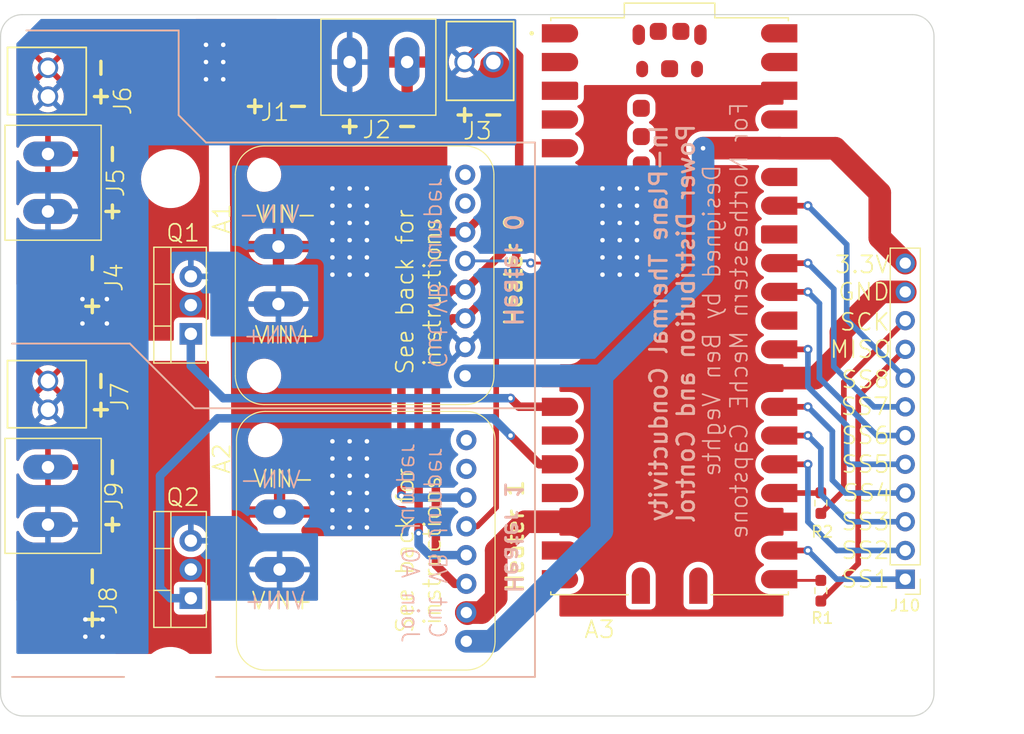
<source format=kicad_pcb>
(kicad_pcb (version 20221018) (generator pcbnew)
  (layers (0 "F.Cu" signal) (31 "B.Cu" signal) (34 "B.Paste" user) (35 "F.Paste" user) (36 "B.SilkS" user "B.Silkscreen") (37 "F.SilkS" user "F.Silkscreen") (38 "B.Mask" user) (39 "F.Mask" user) (44 "Edge.Cuts" user))
  (net 0 "")
  (net 1 "+3.3V")
  (net 2 "GND")
  (net 3 "SCL")
  (net 4 "SDA")
  (net 5 "ALRT0")
  (net 6 "+VDC")
  (net 9 "ALRT1")
  (net 12 "/H0SH")
  (net 13 "/H1SH")
  (net 14 "/H0L")
  (net 15 "/H1L")
  (net 16 "H0")
  (net 17 "H1")
  (net 47 "SCK")
  (net 48 "MISO")
  (net 49 "/SS8")
  (net 50 "/SS7")
  (net 51 "/SS6")
  (net 52 "/SS5")
  (net 53 "/SS4")
  (net 54 "/SS3")
  (net 55 "/SS2")
  (net 56 "/SS1")
  (net 57 "Net-(J10-Pin_9)")
  (net 58 "Net-(J10-Pin_10)")
  (footprint "IPTC Project Library:CONN_OSTVN02A150_OST" (layer "F.Cu") (at 145.034 61.468 90)
    (fp_text reference "J6")
    (fp_text value "OSTVN02A150")
  )
  (footprint "MountingHole:MountingHole_2.2mm_M2" (layer "F.Cu") (at 155.861 68.729)
    (fp_text reference "REF**" hide)
    (fp_text value "MountingHole_2.2mm_M2")
  )
  (footprint "IPTC Project Library:RP_Pico" (layer "F.Cu") (at 199.987 80.01)
    (fp_text reference "A3")
    (fp_text value "RP_Pico")
  )
  (footprint "IPTC Project Library:Adafruit_INA260" (layer "F.Cu") (at 184.558 112.168 90)
    (fp_text reference "A2")
    (fp_text value "~")
  )
  (footprint "IPTC Project Library:SMDPAD_1x2_4MMx3MM" (layer "F.Cu") (at 145.034 107.696 90)
    (fp_text reference "J8")
    (fp_text value "SMD_PAD_1X2_4MMx3MM")
  )
  (footprint "IPTC Project Library:TERMBLOCK_508_1X2" (layer "F.Cu") (at 145.034 69.088 90)
    (fp_text reference "J5")
    (fp_text value "~")
  )
  (footprint "IPTC Project Library:TO-220-3_Vertical" (layer "F.Cu") (at 157.663 82.45 90)
    (fp_text reference "Q1")
    (fp_text value "IRLB8721PBF")
  )
  (footprint "IPTC Project Library:SMDPAD_1x2_4MMx3MM" (layer "F.Cu") (at 145.034 80.01 90)
    (fp_text reference "J4")
    (fp_text value "SMD_PAD_1X2_4MMx3MM")
  )
  (footprint "IPTC Project Library:SMDPAD_1x2_4MMx3MM" (layer "F.Cu") (at 163.322 58.42)
    (fp_text reference "J1")
    (fp_text value "SMD_PAD_1X2_4MMx3MM")
  )
  (footprint "IPTC Project Library:TO-220-3_Vertical" (layer "F.Cu") (at 157.663 105.818 90)
    (fp_text reference "Q2")
    (fp_text value "IRLB8721PBF")
  )
  (footprint "IPTC Project Library:Adafruit_INA260" (layer "F.Cu") (at 184.458 88.7 90)
    (fp_text reference "A1")
    (fp_text value "~")
  )
  (footprint "MountingHole:MountingHole_2.2mm_M2" (layer "F.Cu") (at 155.861 112.729)
    (fp_text reference "REF**" hide)
    (fp_text value "MountingHole_2.2mm_M2")
  )
  (footprint "IPTC Project Library:TERMBLOCK_508_1X2" (layer "F.Cu") (at 174.244 58.42)
    (fp_text reference "J2")
    (fp_text value "~")
  )
  (footprint "MountingHole:MountingHole_2.2mm_M2" (layer "F.Cu") (at 219.861 112.729)
    (fp_text reference "REF**" hide)
    (fp_text value "MountingHole_2.2mm_M2")
  )
  (footprint "IPTC Project Library:CONN_OSTVN02A150_OST" (layer "F.Cu") (at 181.864 58.42)
    (fp_text reference "J3")
    (fp_text value "OSTVN02A150")
  )
  (footprint "Connector_PinHeader_2.54mm:PinHeader_1x12_P2.54mm_Vertical" (layer "F.Cu") (at 220.821 104.14 180)
    (fp_text reference "J10")
    (fp_text value "Conn_01x12_Socket")
  )
  (footprint "Resistor_SMD:R_0603_1608Metric_Pad0.98x0.95mm_HandSolder" (layer "F.Cu") (at 213.36 105.156 90)
    (fp_text reference "R1")
    (fp_text value "150")
  )
  (footprint "IPTC Project Library:TERMBLOCK_508_1X2" (layer "F.Cu") (at 145.034 96.774 90)
    (fp_text reference "J9")
    (fp_text value "~")
  )
  (footprint "Resistor_SMD:R_0603_1608Metric_Pad0.98x0.95mm_HandSolder" (layer "F.Cu") (at 213.36 97.409 90)
    (fp_text reference "R2")
    (fp_text value "150")
  )
  (footprint "MountingHole:MountingHole_2.2mm_M2" (layer "F.Cu") (at 219.861 57.729)
    (fp_text reference "REF**" hide)
    (fp_text value "MountingHole_2.2mm_M2")
  )
  (footprint "IPTC Project Library:CONN_OSTVN02A150_OST" (layer "F.Cu") (at 145.034 89.154 90)
    (fp_text reference "J7")
    (fp_text value "OSTVN02A150")
  )
  (gr_line (start 188.087 65.532) (end 188.087 89.027) (stroke (width 0.15)) (layer "B.SilkS"))
  (gr_line (start 151.765 112.776) (end 141.859 112.776) (stroke (width 0.15)) (layer "B.SilkS"))
  (gr_line (start 188.087 89.027) (end 188.087 112.776) (stroke (width 0.15)) (layer "B.SilkS"))
  (gr_line (start 188.087 112.776) (end 159.893 112.776) (stroke (width 0.15)) (layer "B.SilkS"))
  (gr_line (start 156.591 55.626) (end 156.591 63.119) (stroke (width 0.15)) (layer "B.SilkS"))
  (gr_line (start 159.004 65.532) (end 188.087 65.532) (stroke (width 0.15)) (layer "B.SilkS"))
  (gr_line (start 156.591 63.119) (end 159.004 65.532) (stroke (width 0.15)) (layer "B.SilkS"))
  (gr_line (start 152.273 83.312) (end 141.859 83.312) (stroke (width 0.15)) (layer "B.SilkS"))
  (gr_line (start 143.129 55.626) (end 156.591 55.626) (stroke (width 0.15)) (layer "B.SilkS"))
  (gr_line (start 188.087 89.027) (end 157.988 89.027) (stroke (width 0.15)) (layer "B.SilkS"))
  (gr_line (start 157.988 89.027) (end 152.273 83.312) (stroke (width 0.15)) (layer "B.SilkS"))
  (gr_line (start 156.591 55.626) (end 143.129 55.626) (stroke (width 0.15)) (layer "F.SilkS"))
  (gr_line (start 156.591 63.119) (end 156.591 55.626) (stroke (width 0.15)) (layer "F.SilkS"))
  (gr_line (start 188.087 89.027) (end 188.087 65.532) (stroke (width 0.15)) (layer "F.SilkS"))
  (gr_line (start 188.087 89.027) (end 157.988 89.027) (stroke (width 0.15)) (layer "F.SilkS"))
  (gr_line (start 157.988 89.027) (end 152.273 83.312) (stroke (width 0.15)) (layer "F.SilkS"))
  (gr_line (start 188.087 112.776) (end 159.893 112.776) (stroke (width 0.15)) (layer "F.SilkS"))
  (gr_line (start 151.765 112.776) (end 141.859 112.776) (stroke (width 0.15)) (layer "F.SilkS"))
  (gr_line (start 152.273 83.312) (end 141.859 83.312) (stroke (width 0.15)) (layer "F.SilkS"))
  (gr_line (start 188.087 89.027) (end 188.087 112.776) (stroke (width 0.15)) (layer "F.SilkS"))
  (gr_line (start 188.087 65.532) (end 159.004 65.532) (stroke (width 0.15)) (layer "F.SilkS"))
  (gr_line (start 159.004 65.532) (end 156.591 63.119) (stroke (width 0.15)) (layer "F.SilkS"))
  (gr_line (start 140.843 56.134) (end 140.843 114.229) (stroke (width 0.1)) (layer "Edge.Cuts"))
  (gr_arc (start 140.843 56.134) (mid 141.400962 54.786962) (end 142.748 54.229) (stroke (width 0.1)) (layer "Edge.Cuts"))
  (gr_line (start 142.843 116.229) (end 221.361 116.229) (stroke (width 0.1)) (layer "Edge.Cuts"))
  (gr_line (start 221.456 54.229) (end 142.748 54.229) (stroke (width 0.1)) (layer "Edge.Cuts"))
  (gr_arc (start 142.843 116.229) (mid 141.428786 115.643214) (end 140.843 114.229) (stroke (width 0.1)) (layer "Edge.Cuts"))
  (gr_line (start 223.361 114.229) (end 223.361 56.134) (stroke (width 0.1)) (layer "Edge.Cuts"))
  (gr_arc (start 223.361 114.229) (mid 222.775214 115.643214) (end 221.361 116.229) (stroke (width 0.1)) (layer "Edge.Cuts"))
  (gr_arc (start 221.456 54.229) (mid 222.803038 54.786962) (end 223.361 56.134) (stroke (width 0.1)) (layer "Edge.Cuts"))
  (gr_text "Cut VB Jumper\nJoin A0 Jumper" (at 180.34 100.965 270) (layer "B.SilkS") (effects (font (size 1.5 1.5)) (justify top mirror)))
  (gr_text "Cut VB Jumper" (at 180.34 77.089 270) (layer "B.SilkS") (effects (font (size 1.5 1.5)) (justify top mirror)))
  (gr_text "Designed by Ben Veghte\nFor Northeastern MechE Capstone\n" (at 207.01 81.28 90) (layer "B.SilkS") (effects (font (size 1.5 1.5)) (justify bottom mirror)))
  (gr_text "Heater 0" (at 185.293 81.915 -90) (layer "B.SilkS") (effects (font (size 1.5 1.5) (thickness 0.25) bold) (justify left bottom mirror)))
  (gr_text "In-Plane Thermal Conductivity\nPower Distribution and Control" (at 202.311 81.534 90) (layer "B.SilkS") (effects (font (size 1.5 1.5) (thickness 0.25) bold) (justify bottom mirror)))
  (gr_text "Heater 1\n" (at 185.293 105.537 270) (layer "B.SilkS") (effects (font (size 1.5 1.5) (thickness 0.25) bold) (justify left bottom mirror)))
  (gr_text "SCK\n" (at 219.551 81.407) (layer "F.SilkS") (effects (font (size 1.5 1.5)) (justify right)))
  (gr_text "SS8\n" (at 219.551 86.487) (layer "F.SilkS") (effects (font (size 1.5 1.5)) (justify right)))
  (gr_text "Heater 0\n" (at 187.071 81.915 90) (layer "F.SilkS") (effects (font (size 1.5 1.5) (thickness 0.25) bold) (justify left bottom)))
  (gr_text "-" (at 149.606 86.614 90) (layer "F.SilkS") (effects (font (size 1.5 1.5) (thickness 0.3) bold)))
  (gr_text "-" (at 167.132 62.23) (layer "F.SilkS") (effects (font (size 1.5 1.5) (thickness 0.3) bold)))
  (gr_text "MISO\n" (at 219.678 83.82) (layer "F.SilkS") (effects (font (size 1.5 1.5)) (justify right)))
  (gr_text "SS5\n" (at 219.551 93.98) (layer "F.SilkS") (effects (font (size 1.5 1.5)) (justify right)))
  (gr_text "-" (at 150.622 94.234 90) (layer "F.SilkS") (effects (font (size 1.5 1.5) (thickness 0.3) bold)))
  (gr_text "SS1\n" (at 219.551 104.14) (layer "F.SilkS") (effects (font (size 1.5 1.5)) (justify right)))
  (gr_text "-" (at 148.844 103.886 90) (layer "F.SilkS") (effects (font (size 1.5 1.5) (thickness 0.3) bold)))
  (gr_text "-" (at 176.784 64.008) (layer "F.SilkS") (effects (font (size 1.5 1.5) (thickness 0.3) bold)))
  (gr_text "SS2\n" (at 219.551 101.6) (layer "F.SilkS") (effects (font (size 1.5 1.5)) (justify right)))
  (gr_text "-" (at 150.622 66.548 90) (layer "F.SilkS") (effects (font (size 1.5 1.5) (thickness 0.3) bold)))
  (gr_text "+" (at 171.704 64.008) (layer "F.SilkS") (effects (font (size 1.5 1.5) (thickness 0.3) bold)))
  (gr_text "SS3\n" (at 219.551 99.06) (layer "F.SilkS") (effects (font (size 1.5 1.5)) (justify right)))
  (gr_text "Heater 1" (at 187.198 105.41 90) (layer "F.SilkS") (effects (font (size 1.5 1.5) (thickness 0.25) bold) (justify left bottom)))
  (gr_text "GND" (at 219.551 78.74) (layer "F.SilkS") (effects (font (size 1.5 1.5)) (justify right)))
  (gr_text "SS4\n" (at 219.678 96.52) (layer "F.SilkS") (effects (font (size 1.5 1.5)) (justify right)))
  (gr_text "SS6\n" (at 219.551 91.44) (layer "F.SilkS") (effects (font (size 1.5 1.5)) (justify right)))
  (gr_text "+" (at 148.844 80.01 90) (layer "F.SilkS") (effects (font (size 1.5 1.5) (thickness 0.3) bold)))
  (gr_text "+" (at 148.844 107.696 90) (layer "F.SilkS") (effects (font (size 1.5 1.5) (thickness 0.3) bold)))
  (gr_text "See back for\ninstructions" (at 177.8 101.6 90) (layer "F.SilkS") (effects (font (size 1.5 1.5))))
  (gr_text "+" (at 150.622 99.314 90) (layer "F.SilkS") (effects (font (size 1.5 1.5) (thickness 0.3) bold)))
  (gr_text "3.3V" (at 219.551 76.327) (layer "F.SilkS") (effects (font (size 1.5 1.5)) (justify right)))
  (gr_text "+" (at 150.622 71.628 90) (layer "F.SilkS") (effects (font (size 1.5 1.5) (thickness 0.3) bold)))
  (gr_text "-" (at 184.404 62.992) (layer "F.SilkS") (effects (font (size 1.5 1.5) (thickness 0.3) bold)))
  (gr_text "+" (at 181.864 62.992) (layer "F.SilkS") (effects (font (size 1.5 1.5) (thickness 0.3) bold)))
  (gr_text "See back for\ninstructions" (at 177.8 78.74 90) (layer "F.SilkS") (effects (font (size 1.5 1.5))))
  (gr_text "-" (at 149.606 58.928 90) (layer "F.SilkS") (effects (font (size 1.5 1.5) (thickness 0.3) bold)))
  (gr_text "SS7\n" (at 219.491 88.87) (layer "F.SilkS") (effects (font (size 1.5 1.5)) (justify right)))
  (gr_text "+" (at 149.606 61.468 90) (layer "F.SilkS") (effects (font (size 1.5 1.5) (thickness 0.3) bold)))
  (gr_text "+" (at 163.322 62.23) (layer "F.SilkS") (effects (font (size 1.5 1.5) (thickness 0.3) bold)))
  (gr_text "-" (at 148.844 76.2 90) (layer "F.SilkS") (effects (font (size 1.5 1.5) (thickness 0.3) bold)))
  (gr_text "+" (at 149.606 89.154 90) (layer "F.SilkS") (effects (font (size 1.5 1.5) (thickness 0.3) bold)))
  (segment (start 218.567 69.977) (end 218.567 73.946) (width 2) (layer "F.Cu") (net 1))
  (segment (start 218.567 73.946) (end 220.821 76.2) (width 2) (layer "F.Cu") (net 1))
  (segment (start 214.63 66.04) (end 218.567 69.977) (width 2) (layer "F.Cu") (net 1))
  (segment (start 202.956 66.03) (end 209.69 66.03) (width 2) (layer "F.Cu") (net 1))
  (segment (start 209.677 66.04) (end 214.63 66.04) (width 2) (layer "F.Cu") (net 1))
  (segment (start 202.946 66.04) (end 202.956 66.03) (width 0.25) (layer "F.Cu") (net 1))
  (via (at 202.946 66.04) (size 0.8) (drill 0.4) (layers "F.Cu" "B.Cu") (net 1))
  (segment (start 184.25 109.628) (end 194.002 99.876) (width 2) (layer "B.Cu") (net 1))
  (segment (start 181.918 86.16) (end 194.002 86.16) (width 2) (layer "B.Cu") (net 1))
  (segment (start 182.018 109.628) (end 184.25 109.628) (width 2) (layer "B.Cu") (net 1))
  (segment (start 194.002 86.16) (end 194.056 86.106) (width 0.25) (layer "B.Cu") (net 1))
  (segment (start 182.018 109.574) (end 182.118 109.474) (width 0.25) (layer "B.Cu") (net 1))
  (segment (start 202.946 77.216) (end 202.946 66.04) (width 2) (layer "B.Cu") (net 1))
  (segment (start 194.002 99.876) (end 194.002 86.16) (width 2) (layer "B.Cu") (net 1))
  (segment (start 194.056 86.106) (end 202.946 77.216) (width 2) (layer "B.Cu") (net 1))
  (segment (start 182.018 109.628) (end 182.018 109.574) (width 0.25) (layer "B.Cu") (net 1))
  (segment (start 209.677 86.36) (end 212.852 86.36) (width 2) (layer "F.Cu") (net 2))
  (segment (start 184.658 101.6) (end 187.198 99.06) (width 2) (layer "F.Cu") (net 2))
  (segment (start 212.852 86.36) (end 215.138 84.074) (width 2) (layer "F.Cu") (net 2))
  (segment (start 215.138 82.296) (end 218.694 78.74) (width 2) (layer "F.Cu") (net 2))
  (segment (start 187.198 99.06) (end 190.297 99.06) (width 2) (layer "F.Cu") (net 2))
  (segment (start 184.658 105.791) (end 184.658 101.6) (width 2) (layer "F.Cu") (net 2))
  (segment (start 182.018 107.088) (end 182.118 107.188) (width 2) (layer "F.Cu") (net 2))
  (segment (start 215.138 84.074) (end 215.138 82.296) (width 2) (layer "F.Cu") (net 2))
  (segment (start 218.694 78.74) (end 220.821 78.74) (width 2) (layer "F.Cu") (net 2))
  (segment (start 182.018 107.088) (end 183.361 107.088) (width 2) (layer "F.Cu") (net 2))
  (segment (start 183.361 107.088) (end 184.658 105.791) (width 2) (layer "F.Cu") (net 2))
  (via (at 170.18 77.216) (size 0.8) (drill 0.4) (layers "F.Cu" "B.Cu") (net 2))
  (via (at 194.056 75.692) (size 0.8) (drill 0.4) (layers "F.Cu" "B.Cu") (net 2))
  (via (at 170.18 74.168) (size 0.8) (drill 0.4) (layers "F.Cu" "B.Cu") (net 2))
  (via (at 195.58 77.216) (size 0.8) (drill 0.4) (layers "F.Cu" "B.Cu") (net 2))
  (via (at 170.18 91.948) (size 0.8) (drill 0.4) (layers "F.Cu" "B.Cu") (net 2))
  (via (at 173.228 72.644) (size 0.8) (drill 0.4) (layers "F.Cu" "B.Cu") (net 2))
  (via (at 197.104 69.596) (size 0.8) (drill 0.4) (layers "F.Cu" "B.Cu") (net 2))
  (via (at 170.18 99.568) (size 0.8) (drill 0.4) (layers "F.Cu" "B.Cu") (net 2))
  (via (at 173.228 69.596) (size 0.8) (drill 0.4) (layers "F.Cu" "B.Cu") (net 2))
  (via (at 197.104 72.644) (size 0.8) (drill 0.4) (layers "F.Cu" "B.Cu") (net 2))
  (via (at 173.228 77.216) (size 0.8) (drill 0.4) (layers "F.Cu" "B.Cu") (net 2))
  (via (at 170.18 98.044) (size 0.8) (drill 0.4) (layers "F.Cu" "B.Cu") (net 2))
  (via (at 197.104 71.12) (size 0.8) (drill 0.4) (layers "F.Cu" "B.Cu") (net 2))
  (via (at 170.18 75.692) (size 0.8) (drill 0.4) (layers "F.Cu" "B.Cu") (net 2))
  (via (at 170.18 69.596) (size 0.8) (drill 0.4) (layers "F.Cu" "B.Cu") (net 2))
  (via (at 195.58 74.168) (size 0.8) (drill 0.4) (layers "F.Cu" "B.Cu") (net 2))
  (via (at 171.704 96.52) (size 0.8) (drill 0.4) (layers "F.Cu" "B.Cu") (net 2))
  (via (at 194.056 69.596) (size 0.8) (drill 0.4) (layers "F.Cu" "B.Cu") (net 2))
  (via (at 171.704 93.472) (size 0.8) (drill 0.4) (layers "F.Cu" "B.Cu") (net 2))
  (via (at 171.704 69.596) (size 0.8) (drill 0.4) (layers "F.Cu" "B.Cu") (net 2))
  (via (at 170.18 72.644) (size 0.8) (drill 0.4) (layers "F.Cu" "B.Cu") (net 2))
  (via (at 173.228 93.472) (size 0.8) (drill 0.4) (layers "F.Cu" "B.Cu") (net 2))
  (via (at 194.056 72.644) (size 0.8) (drill 0.4) (layers "F.Cu" "B.Cu") (net 2))
  (via (at 170.18 93.472) (size 0.8) (drill 0.4) (layers "F.Cu" "B.Cu") (net 2))
  (via (at 171.704 72.644) (size 0.8) (drill 0.4) (layers "F.Cu" "B.Cu") (net 2))
  (via (at 170.18 94.996) (size 0.8) (drill 0.4) (layers "F.Cu" "B.Cu") (net 2))
  (via (at 173.228 99.568) (size 0.8) (drill 0.4) (layers "F.Cu" "B.Cu") (net 2))
  (via (at 194.056 77.216) (size 0.8) (drill 0.4) (layers "F.Cu" "B.Cu") (net 2))
  (via (at 173.228 75.692) (size 0.8) (drill 0.4) (layers "F.Cu" "B.Cu") (net 2))
  (via (at 194.056 74.168) (size 0.8) (drill 0.4) (layers "F.Cu" "B.Cu") (net 2))
  (via (at 195.58 75.692) (size 0.8) (drill 0.4) (layers "F.Cu" "B.Cu") (net 2))
  (via (at 171.704 98.044) (size 0.8) (drill 0.4) (layers "F.Cu" "B.Cu") (net 2))
  (via (at 171.704 74.168) (size 0.8) (drill 0.4) (layers "F.Cu" "B.Cu") (net 2))
  (via (at 195.58 72.644) (size 0.8) (drill 0.4) (layers "F.Cu" "B.Cu") (net 2))
  (via (at 173.228 96.52) (size 0.8) (drill 0.4) (layers "F.Cu" "B.Cu") (net 2))
  (via (at 170.18 96.52) (size 0.8) (drill 0.4) (layers "F.Cu" "B.Cu") (net 2))
  (via (at 171.704 71.12) (size 0.8) (drill 0.4) (layers "F.Cu" "B.Cu") (net 2))
  (via (at 195.58 69.596) (size 0.8) (drill 0.4) (layers "F.Cu" "B.Cu") (net 2))
  (via (at 173.228 94.996) (size 0.8) (drill 0.4) (layers "F.Cu" "B.Cu") (net 2))
  (via (at 173.228 91.948) (size 0.8) (drill 0.4) (layers "F.Cu" "B.Cu") (net 2))
  (via (at 171.704 75.692) (size 0.8) (drill 0.4) (layers "F.Cu" "B.Cu") (net 2))
  (via (at 173.228 74.168) (size 0.8) (drill 0.4) (layers "F.Cu" "B.Cu") (net 2))
  (via (at 170.18 71.12) (size 0.8) (drill 0.4) (layers "F.Cu" "B.Cu") (net 2))
  (via (at 171.704 94.996) (size 0.8) (drill 0.4) (layers "F.Cu" "B.Cu") (net 2))
  (via (at 171.704 91.948) (size 0.8) (drill 0.4) (layers "F.Cu" "B.Cu") (net 2))
  (via (at 173.228 98.044) (size 0.8) (drill 0.4) (layers "F.Cu" "B.Cu") (net 2))
  (via (at 197.104 74.168) (size 0.8) (drill 0.4) (layers "F.Cu" "B.Cu") (net 2))
  (via (at 171.704 99.568) (size 0.8) (drill 0.4) (layers "F.Cu" "B.Cu") (net 2))
  (via (at 195.58 71.12) (size 0.8) (drill 0.4) (layers "F.Cu" "B.Cu") (net 2))
  (via (at 173.228 71.12) (size 0.8) (drill 0.4) (layers "F.Cu" "B.Cu") (net 2))
  (via (at 171.704 77.216) (size 0.8) (drill 0.4) (layers "F.Cu" "B.Cu") (net 2))
  (via (at 197.104 77.216) (size 0.8) (drill 0.4) (layers "F.Cu" "B.Cu") (net 2))
  (via (at 194.056 71.12) (size 0.8) (drill 0.4) (layers "F.Cu" "B.Cu") (net 2))
  (via (at 197.104 75.692) (size 0.8) (drill 0.4) (layers "F.Cu" "B.Cu") (net 2))
  (segment (start 186.436 73.914) (end 189.24 71.11) (width 0.75) (layer "F.Cu") (net 3))
  (segment (start 182.018 104.548) (end 181.002 104.548) (width 0.75) (layer "F.Cu") (net 3))
  (segment (start 179.324 82.55) (end 179.324 102.87) (width 0.75) (layer "F.Cu") (net 3))
  (segment (start 181.918 81.08) (end 186.436 76.562) (width 0.75) (layer "F.Cu") (net 3))
  (segment (start 181.002 104.548) (end 179.324 102.87) (width 0.75) (layer "F.Cu") (net 3))
  (segment (start 181.918 81.08) (end 180.794 81.08) (width 0.75) (layer "F.Cu") (net 3))
  (segment (start 189.24 71.11) (end 190.31 71.11) (width 0.75) (layer "F.Cu") (net 3))
  (segment (start 186.436 76.562) (end 186.436 73.914) (width 0.75) (layer "F.Cu") (net 3))
  (segment (start 180.794 81.08) (end 179.324 82.55) (width 0.75) (layer "F.Cu") (net 3))
  (segment (start 185.166 75.292) (end 185.166 72.644) (width 0.75) (layer "F.Cu") (net 4))
  (segment (start 180.794 78.54) (end 181.918 78.54) (width 0.75) (layer "F.Cu") (net 4))
  (segment (start 185.166 72.644) (end 189.24 68.57) (width 0.75) (layer "F.Cu") (net 4))
  (segment (start 189.24 68.57) (end 190.31 68.57) (width 0.75) (layer "F.Cu") (net 4))
  (segment (start 177.8 81.534) (end 180.794 78.54) (width 0.75) (layer "F.Cu") (net 4))
  (segment (start 177.8 100.076) (end 177.8 81.534) (width 0.75) (layer "F.Cu") (net 4))
  (segment (start 181.918 78.54) (end 185.166 75.292) (width 0.75) (layer "F.Cu") (net 4))
  (via (at 177.8 100.076) (size 0.8) (drill 0.4) (layers "F.Cu" "B.Cu") (net 4))
  (segment (start 178.716 102.008) (end 182.018 102.008) (width 0.75) (layer "B.Cu") (net 4))
  (segment (start 177.8 100.076) (end 177.8 101.092) (width 0.75) (layer "B.Cu") (net 4))
  (segment (start 177.8 101.092) (end 178.716 102.008) (width 0.75) (layer "B.Cu") (net 4))
  (segment (start 187.706 76.19) (end 190.31 76.19) (width 0.25) (layer "F.Cu") (net 5))
  (via (at 187.706 76.19) (size 0.8) (drill 0.4) (layers "F.Cu" "B.Cu") (net 5))
  (segment (start 187.516 76) (end 181.918 76) (width 0.25) (layer "B.Cu") (net 5))
  (segment (start 187.706 76.19) (end 187.516 76) (width 0.25) (layer "B.Cu") (net 5))
  (segment (start 186.69 57.912) (end 185.42 56.642) (width 0.75) (layer "F.Cu") (net 6))
  (segment (start 180.032 73.46) (end 181.918 73.46) (width 0.75) (layer "F.Cu") (net 6))
  (segment (start 185.42 56.642) (end 183.642 56.642) (width 0.75) (layer "F.Cu") (net 6))
  (segment (start 183.642 56.642) (end 181.864 58.42) (width 0.75) (layer "F.Cu") (net 6))
  (segment (start 181.918 73.46) (end 186.69 68.688) (width 0.75) (layer "F.Cu") (net 6))
  (segment (start 176.276 96.774) (end 176.276 77.216) (width 0.75) (layer "F.Cu") (net 6))
  (segment (start 186.69 68.688) (end 186.69 57.912) (width 0.75) (layer "F.Cu") (net 6))
  (segment (start 176.276 77.216) (end 180.032 73.46) (width 0.75) (layer "F.Cu") (net 6))
  (via (at 148.336 109.22) (size 0.8) (drill 0.4) (layers "F.Cu" "B.Cu") (net 6))
  (via (at 149.86 109.22) (size 0.8) (drill 0.4) (layers "F.Cu" "B.Cu") (net 6))
  (via (at 148.082 79.375) (size 0.8) (drill 0.4) (layers "F.Cu" "B.Cu") (net 6))
  (via (at 159.004 58.42) (size 0.8) (drill 0.4) (layers "F.Cu" "B.Cu") (net 6))
  (via (at 160.528 56.896) (size 0.8) (drill 0.4) (layers "F.Cu" "B.Cu") (net 6))
  (via (at 159.004 59.944) (size 0.8) (drill 0.4) (layers "F.Cu" "B.Cu") (net 6))
  (via (at 149.86 107.696) (size 0.8) (drill 0.4) (layers "F.Cu" "B.Cu") (net 6))
  (via (at 159.004 56.896) (size 0.8) (drill 0.4) (layers "F.Cu" "B.Cu") (net 6))
  (via (at 150.241 81.534) (size 0.8) (drill 0.4) (layers "F.Cu" "B.Cu") (net 6))
  (via (at 160.528 59.944) (size 0.8) (drill 0.4) (layers "F.Cu" "B.Cu") (net 6))
  (via (at 150.241 79.375) (size 0.8) (drill 0.4) (layers "F.Cu" "B.Cu") (net 6))
  (via (at 148.336 107.696) (size 0.8) (drill 0.4) (layers "F.Cu" "B.Cu") (net 6))
  (via (at 160.528 58.42) (size 0.8) (drill 0.4) (layers "F.Cu" "B.Cu") (net 6))
  (via (at 148.082 81.534) (size 0.8) (drill 0.4) (layers "F.Cu" "B.Cu") (net 6))
  (via (at 176.276 96.774) (size 0.8) (drill 0.4) (layers "F.Cu" "B.Cu") (net 6))
  (segment (start 176.276 96.774) (end 176.43 96.928) (width 0.75) (layer "B.Cu") (net 6))
  (segment (start 176.43 96.928) (end 182.018 96.928) (width 0.75) (layer "B.Cu") (net 6))
  (segment (start 184.658 97.79) (end 184.658 81.026) (width 0.5) (layer "F.Cu") (net 9))
  (segment (start 186.954 78.73) (end 190.31 78.73) (width 0.5) (layer "F.Cu") (net 9))
  (segment (start 182.018 99.468) (end 182.98 99.468) (width 0.5) (layer "F.Cu") (net 9))
  (segment (start 184.658 81.026) (end 186.954 78.73) (width 0.5) (layer "F.Cu") (net 9))
  (segment (start 182.98 99.468) (end 184.658 97.79) (width 0.5) (layer "F.Cu") (net 9))
  (segment (start 145.034 86.614) (end 145.288 86.614) (width 0.25) (layer "F.Cu") (net 15))
  (segment (start 186.68 88.89) (end 190.31 88.89) (width 0.75) (layer "F.Cu") (net 16))
  (segment (start 185.928 88.138) (end 186.68 88.89) (width 0.75) (layer "F.Cu") (net 16))
  (via (at 185.928 88.138) (size 0.8) (drill 0.4) (layers "F.Cu" "B.Cu") (net 16))
  (segment (start 157.663 85.273) (end 160.528 88.138) (width 0.75) (layer "B.Cu") (net 16))
  (segment (start 157.663 82.45) (end 157.663 85.273) (width 0.75) (layer "B.Cu") (net 16))
  (segment (start 160.528 88.138) (end 185.928 88.138) (width 0.75) (layer "B.Cu") (net 16))
  (segment (start 185.928 91.44) (end 188.458 93.97) (width 0.75) (layer "F.Cu") (net 17))
  (segment (start 188.458 93.97) (end 190.31 93.97) (width 0.75) (layer "F.Cu") (net 17))
  (via (at 185.928 91.44) (size 0.8) (drill 0.4) (layers "F.Cu" "B.Cu") (net 17))
  (segment (start 154.94 104.902) (end 154.94 94.996) (width 0.75) (layer "B.Cu") (net 17))
  (segment (start 155.856 105.818) (end 154.94 104.902) (width 0.75) (layer "B.Cu") (net 17))
  (segment (start 184.404 89.916) (end 185.928 91.44) (width 0.75) (layer "B.Cu") (net 17))
  (segment (start 154.94 94.996) (end 160.02 89.916) (width 0.75) (layer "B.Cu") (net 17))
  (segment (start 157.663 105.818) (end 155.856 105.818) (width 0.75) (layer "B.Cu") (net 17))
  (segment (start 160.02 89.916) (end 184.404 89.916) (width 0.75) (layer "B.Cu") (net 17))
  (segment (start 213.3365 96.52) (end 213.36 96.4965) (width 0.5) (layer "F.Cu") (net 47))
  (segment (start 209.677 96.52) (end 213.3365 96.52) (width 0.5) (layer "F.Cu") (net 47))
  (segment (start 209.7805 104.2435) (end 209.677 104.14) (width 0.25) (layer "F.Cu") (net 48))
  (segment (start 213.36 104.2435) (end 209.7805 104.2435) (width 0.25) (layer "F.Cu") (net 48))
  (segment (start 209.677 71.12) (end 212.217 71.12) (width 0.5) (layer "F.Cu") (net 49))
  (via (at 212.217 71.12) (size 0.8) (drill 0.4) (layers "F.Cu" "B.Cu") (net 49))
  (segment (start 215.646 74.549) (end 215.646 81.185) (width 0.5) (layer "B.Cu") (net 49))
  (segment (start 215.646 81.185) (end 220.821 86.36) (width 0.5) (layer "B.Cu") (net 49))
  (segment (start 212.217 71.12) (end 215.646 74.549) (width 0.5) (layer "B.Cu") (net 49))
  (segment (start 209.677 76.2) (end 212.217 76.2) (width 0.5) (layer "F.Cu") (net 50))
  (via (at 212.217 76.2) (size 0.8) (drill 0.4) (layers "F.Cu" "B.Cu") (net 50))
  (segment (start 218.059 88.9) (end 220.821 88.9) (width 0.5) (layer "B.Cu") (net 50))
  (segment (start 214.503 78.486) (end 214.503 85.344) (width 0.5) (layer "B.Cu") (net 50))
  (segment (start 212.217 76.2) (end 214.503 78.486) (width 0.5) (layer "B.Cu") (net 50))
  (segment (start 214.503 85.344) (end 218.059 88.9) (width 0.5) (layer "B.Cu") (net 50))
  (segment (start 209.677 78.74) (end 212.217 78.74) (width 0.5) (layer "F.Cu") (net 51))
  (via (at 212.217 78.74) (size 0.8) (drill 0.4) (layers "F.Cu" "B.Cu") (net 51))
  (segment (start 213.233 86.36) (end 218.313 91.44) (width 0.5) (layer "B.Cu") (net 51))
  (segment (start 213.233 79.756) (end 213.233 86.36) (width 0.5) (layer "B.Cu") (net 51))
  (segment (start 218.313 91.44) (end 220.821 91.44) (width 0.5) (layer "B.Cu") (net 51))
  (segment (start 212.217 78.74) (end 213.233 79.756) (width 0.5) (layer "B.Cu") (net 51))
  (segment (start 209.677 83.82) (end 212.217 83.82) (width 0.5) (layer "F.Cu") (net 52))
  (via (at 212.217 83.82) (size 0.8) (drill 0.4) (layers "F.Cu" "B.Cu") (net 52))
  (segment (start 212.217 83.82) (end 212.217 87.122) (width 0.5) (layer "B.Cu") (net 52))
  (segment (start 215.646 90.551) (end 215.646 93.726) (width 0.5) (layer "B.Cu") (net 52))
  (segment (start 215.9 93.98) (end 220.821 93.98) (width 0.5) (layer "B.Cu") (net 52))
  (segment (start 212.217 87.122) (end 215.646 90.551) (width 0.5) (layer "B.Cu") (net 52))
  (segment (start 215.646 93.726) (end 215.9 93.98) (width 0.5) (layer "B.Cu") (net 52))
  (segment (start 209.677 88.9) (end 212.217 88.9) (width 0.5) (layer "F.Cu") (net 53))
  (via (at 212.217 88.9) (size 0.8) (drill 0.4) (layers "F.Cu" "B.Cu") (net 53))
  (segment (start 212.217 88.9) (end 214.376 91.059) (width 0.5) (layer "B.Cu") (net 53))
  (segment (start 214.376 91.059) (end 214.376 95.377) (width 0.5) (layer "B.Cu") (net 53))
  (segment (start 214.376 95.377) (end 215.519 96.52) (width 0.5) (layer "B.Cu") (net 53))
  (segment (start 215.519 96.52) (end 220.821 96.52) (width 0.5) (layer "B.Cu") (net 53))
  (segment (start 209.677 91.44) (end 212.217 91.44) (width 0.5) (layer "F.Cu") (net 54))
  (via (at 212.217 91.44) (size 0.8) (drill 0.4) (layers "F.Cu" "B.Cu") (net 54))
  (segment (start 215.773 99.06) (end 220.821 99.06) (width 0.5) (layer "B.Cu") (net 54))
  (segment (start 213.36 92.583) (end 213.36 96.647) (width 0.5) (layer "B.Cu") (net 54))
  (segment (start 213.36 96.647) (end 215.773 99.06) (width 0.5) (layer "B.Cu") (net 54))
  (segment (start 212.217 91.44) (end 213.36 92.583) (width 0.5) (layer "B.Cu") (net 54))
  (segment (start 209.677 93.98) (end 212.217 93.98) (width 0.5) (layer "F.Cu") (net 55))
  (via (at 212.217 93.98) (size 0.8) (drill 0.4) (layers "F.Cu" "B.Cu") (net 55))
  (segment (start 212.217 99.06) (end 214.757 101.6) (width 0.5) (layer "B.Cu") (net 55))
  (segment (start 214.757 101.6) (end 220.821 101.6) (width 0.5) (layer "B.Cu") (net 55))
  (segment (start 212.217 93.98) (end 212.217 99.06) (width 0.5) (layer "B.Cu") (net 55))
  (segment (start 209.677 101.6) (end 212.217 101.6) (width 0.5) (layer "F.Cu") (net 56))
  (via (at 212.217 101.6) (size 0.8) (drill 0.4) (layers "F.Cu" "B.Cu") (net 56))
  (segment (start 212.217 101.6) (end 214.757 104.14) (width 0.5) (layer "B.Cu") (net 56))
  (segment (start 214.757 104.14) (end 220.821 104.14) (width 0.5) (layer "B.Cu") (net 56))
  (segment (start 213.36 106.0685) (end 216.662 102.7665) (width 0.5) (layer "F.Cu") (net 57))
  (segment (start 216.662 87.979) (end 220.821 83.82) (width 0.5) (layer "F.Cu") (net 57))
  (segment (start 216.662 102.7665) (end 216.662 87.979) (width 0.5) (layer "F.Cu") (net 57))
  (segment (start 213.36 98.3215) (end 215.392 96.2895) (width 0.5) (layer "F.Cu") (net 58))
  (segment (start 215.392 86.709) (end 220.821 81.28) (width 0.5) (layer "F.Cu") (net 58))
  (segment (start 215.392 96.2895) (end 215.392 86.709) (width 0.5) (layer "F.Cu") (net 58))
  (zone (net 6) (net_name "+VDC") (layer "F.Cu") (priority 5) (connect_pads (clearance 0.5)) (min_thickness 0.25) (fill yes (thermal_gap 0.5) (thermal_bridge_width 0.5))
    (polygon (pts (xy 165.354 54.61) (xy 157.988 54.61) (xy 157.988 61.722) (xy 165.354 61.722)))
  )
  (zone (net 14) (net_name "/H0L") (layer "F.Cu") (priority 1) (connect_pads (clearance 0.5)) (min_thickness 0.25) (fill yes (thermal_gap 0.5) (thermal_bridge_width 0.5))
    (polygon (pts (xy 142.24 57.15) (xy 142.24 83.058) (xy 159.258 83.058) (xy 159.258 56.896)))
  )
  (zone (net 2) (net_name "GND") (layer "F.Cu") (priority 7) (connect_pads (clearance 0.5)) (min_thickness 0.25) (fill yes (thermal_gap 0.5) (thermal_bridge_width 0.5))
    (polygon (pts (xy 210.058 60.452) (xy 190.246 60.452) (xy 190.246 107.442) (xy 210.058 107.442)))
  )
  (zone (net 6) (net_name "+VDC") (layer "F.Cu") (priority 3) (connect_pads yes (clearance 0.5)) (min_thickness 1) (fill yes (thermal_gap 0.5) (thermal_bridge_width 1))
    (polygon (pts (xy 142.494 78.486) (xy 142.494 82.55) (xy 150.876 82.55) (xy 150.876 78.486)))
  )
  (zone (net 2) (net_name "GND") (layer "F.Cu") (connect_pads (clearance 0.5)) (min_thickness 1) (fill yes (thermal_gap 0.5) (thermal_bridge_width 1))
    (polygon (pts (xy 180.34 65.532) (xy 186.182 65.532) (xy 186.182 55.372) (xy 161.036 55.626) (xy 161.29 100.33) (xy 180.34 100.33)))
  )
  (zone (net 15) (net_name "/H1L") (layer "F.Cu") (priority 2) (connect_pads (clearance 0.5)) (min_thickness 0.25) (fill yes (thermal_gap 0.5) (thermal_bridge_width 0.5))
    (polygon (pts (xy 142.24 84.836) (xy 142.24 110.744) (xy 159.512 110.744) (xy 159.258 84.836)))
  )
  (zone (net 6) (net_name "+VDC") (layer "F.Cu") (priority 3) (connect_pads yes (clearance 0.5)) (min_thickness 1) (fill yes (thermal_gap 0.5) (thermal_bridge_width 1))
    (polygon (pts (xy 142.494 106.426) (xy 142.494 110.236) (xy 150.876 110.236) (xy 150.876 106.426)))
  )
  (zone (net 2) (net_name "GND") (layer "B.Cu") (name "GND") (priority 1) (connect_pads (clearance 0.5)) (min_thickness 0.25) (fill yes (thermal_gap 0.5) (thermal_bridge_width 0.5))
    (polygon (pts (xy 161.29 67.564) (xy 161.29 100.33) (xy 207.518 100.33) (xy 207.518 67.564)))
  )
  (zone (net 13) (net_name "/H1SH") (layer "B.Cu") (priority 1) (connect_pads (clearance 0.5)) (min_thickness 0.25) (fill yes (thermal_gap 0.5) (thermal_bridge_width 0.5))
    (polygon (pts (xy 155.956 102.362) (xy 155.956 98.552) (xy 161.798 98.552) (xy 163.83 100.076) (xy 168.91 100.076) (xy 168.91 106.045) (xy 159.385 106.045) (xy 159.385 102.362)))
  )
  (zone (net 6) (net_name "+VDC") (layer "B.Cu") (connect_pads (clearance 0.5)) (min_thickness 0.25) (fill yes (thermal_gap 0.5) (thermal_bridge_width 0.5))
    (polygon (pts (xy 186.436 54.61) (xy 144.399 54.61) (xy 142.24 56.769) (xy 142.24 110.744) (xy 153.924 110.744) (xy 153.924 65.786) (xy 186.436 65.786)))
  )
  (zone (net 12) (net_name "/H0SH") (layer "B.Cu") (priority 8) (connect_pads (clearance 0.5)) (min_thickness 0.25) (fill yes (thermal_gap 0.5) (thermal_bridge_width 0.5))
    (polygon (pts (xy 155.956 78.994) (xy 155.956 75.184) (xy 161.798 75.184) (xy 163.703 76.327) (xy 168.91 76.327) (xy 168.91 82.677) (xy 159.385 82.677) (xy 159.385 78.867)))
  )
)
</source>
